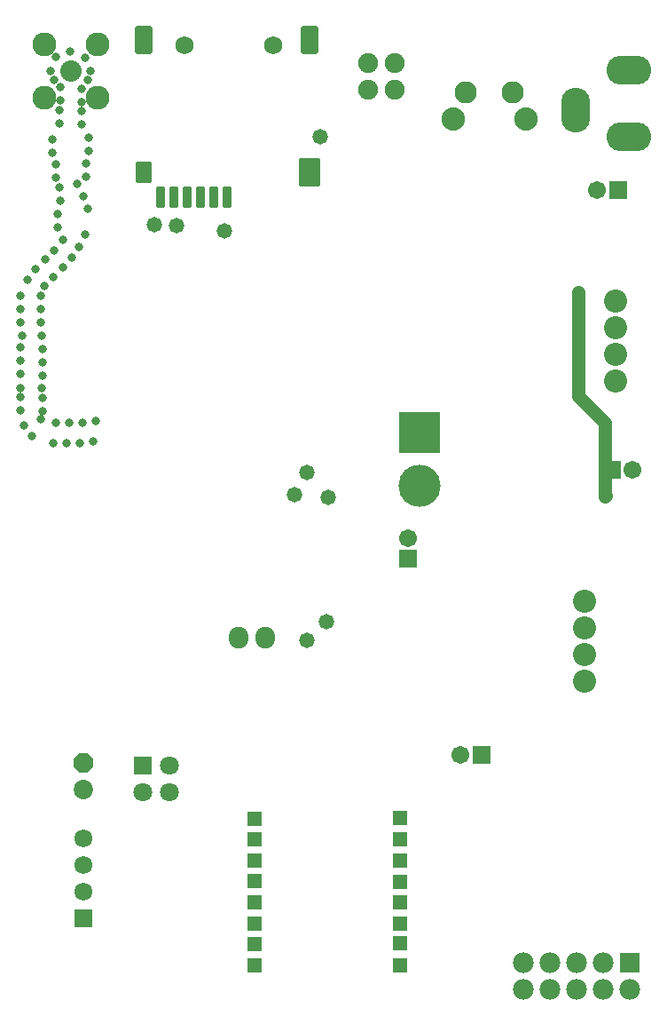
<source format=gbs>
G04*
G04 #@! TF.GenerationSoftware,Altium Limited,Altium Designer,20.1.12 (249)*
G04*
G04 Layer_Color=16711935*
%FSTAX24Y24*%
%MOIN*%
G70*
G04*
G04 #@! TF.SameCoordinates,89921D2C-3172-4036-8A71-56443DCFD009*
G04*
G04*
G04 #@! TF.FilePolarity,Negative*
G04*
G01*
G75*
%ADD47C,0.0500*%
G04:AMPARAMS|DCode=51|XSize=35.6mil|YSize=78.9mil|CornerRadius=5.4mil|HoleSize=0mil|Usage=FLASHONLY|Rotation=180.000|XOffset=0mil|YOffset=0mil|HoleType=Round|Shape=RoundedRectangle|*
%AMROUNDEDRECTD51*
21,1,0.0356,0.0681,0,0,180.0*
21,1,0.0248,0.0789,0,0,180.0*
1,1,0.0108,-0.0124,0.0341*
1,1,0.0108,0.0124,0.0341*
1,1,0.0108,0.0124,-0.0341*
1,1,0.0108,-0.0124,-0.0341*
%
%ADD51ROUNDEDRECTD51*%
%ADD74C,0.0680*%
%ADD75C,0.0867*%
%ADD76C,0.0900*%
%ADD77C,0.0800*%
%ADD78C,0.0749*%
%ADD79C,0.0730*%
%ADD80P,0.0790X8X292.5*%
%ADD81C,0.0671*%
%ADD82R,0.0671X0.0671*%
%ADD83R,0.0671X0.0671*%
%ADD84R,0.0678X0.0678*%
%ADD85C,0.0678*%
%ADD86C,0.0830*%
%ADD87C,0.0880*%
%ADD88O,0.0730X0.0830*%
%ADD89C,0.0780*%
%ADD90R,0.0780X0.0780*%
%ADD91R,0.1580X0.1580*%
%ADD92C,0.1580*%
%ADD93R,0.0580X0.0580*%
%ADD94C,0.0710*%
%ADD95R,0.0710X0.0710*%
%ADD96O,0.1080X0.1680*%
%ADD97O,0.1680X0.1080*%
%ADD98C,0.0580*%
%ADD99C,0.0330*%
G04:AMPARAMS|DCode=133|XSize=63.1mil|YSize=78.9mil|CornerRadius=6.8mil|HoleSize=0mil|Usage=FLASHONLY|Rotation=0.000|XOffset=0mil|YOffset=0mil|HoleType=Round|Shape=RoundedRectangle|*
%AMROUNDEDRECTD133*
21,1,0.0631,0.0654,0,0,0.0*
21,1,0.0496,0.0789,0,0,0.0*
1,1,0.0135,0.0248,-0.0327*
1,1,0.0135,-0.0248,-0.0327*
1,1,0.0135,-0.0248,0.0327*
1,1,0.0135,0.0248,0.0327*
%
%ADD133ROUNDEDRECTD133*%
G04:AMPARAMS|DCode=134|XSize=67.1mil|YSize=106.4mil|CornerRadius=7mil|HoleSize=0mil|Usage=FLASHONLY|Rotation=0.000|XOffset=0mil|YOffset=0mil|HoleType=Round|Shape=RoundedRectangle|*
%AMROUNDEDRECTD134*
21,1,0.0671,0.0925,0,0,0.0*
21,1,0.0531,0.1064,0,0,0.0*
1,1,0.0139,0.0266,-0.0463*
1,1,0.0139,-0.0266,-0.0463*
1,1,0.0139,-0.0266,0.0463*
1,1,0.0139,0.0266,0.0463*
%
%ADD134ROUNDEDRECTD134*%
G04:AMPARAMS|DCode=135|XSize=78.9mil|YSize=106.4mil|CornerRadius=7.5mil|HoleSize=0mil|Usage=FLASHONLY|Rotation=0.000|XOffset=0mil|YOffset=0mil|HoleType=Round|Shape=RoundedRectangle|*
%AMROUNDEDRECTD135*
21,1,0.0789,0.0913,0,0,0.0*
21,1,0.0638,0.1064,0,0,0.0*
1,1,0.0151,0.0319,-0.0457*
1,1,0.0151,-0.0319,-0.0457*
1,1,0.0151,-0.0319,0.0457*
1,1,0.0151,0.0319,0.0457*
%
%ADD135ROUNDEDRECTD135*%
D47*
X0323Y0291D02*
X032325Y029125D01*
X0323Y0291D02*
Y03185D01*
X0313Y03285D02*
X0323Y03185D01*
X0313Y03285D02*
Y03675D01*
D51*
X016094Y040313D02*
D03*
X017094Y040313D02*
D03*
X018094Y040313D02*
D03*
X015594Y040313D02*
D03*
X016594Y040313D02*
D03*
X017594D02*
D03*
D74*
X019841Y046021D02*
D03*
X016495D02*
D03*
D75*
X0327Y035433D02*
D03*
X0327Y033433D02*
D03*
Y036433D02*
D03*
Y034433D02*
D03*
X03155Y02415D02*
D03*
Y02215D02*
D03*
Y02515D02*
D03*
Y02315D02*
D03*
D76*
X01323Y044073D02*
D03*
X01123D02*
D03*
Y046073D02*
D03*
X01323D02*
D03*
D77*
X01223Y045073D02*
D03*
D78*
X0234Y044363D02*
D03*
X0244D02*
D03*
X0234Y04535D02*
D03*
X0244D02*
D03*
D79*
X0127Y0181D02*
D03*
D80*
Y0191D02*
D03*
D81*
X026866Y0194D02*
D03*
X032Y0406D02*
D03*
X0249Y027544D02*
D03*
X03335Y0301D02*
D03*
D82*
X027653Y0194D02*
D03*
X032787Y0406D02*
D03*
X032563Y0301D02*
D03*
D83*
X0249Y026756D02*
D03*
D84*
X0127Y01325D02*
D03*
D85*
Y01425D02*
D03*
Y01525D02*
D03*
Y01625D02*
D03*
D86*
X02885Y04425D02*
D03*
X027078D02*
D03*
D87*
X026586Y043266D02*
D03*
X029342D02*
D03*
D88*
X01955Y023778D02*
D03*
X01854D02*
D03*
D89*
X03025Y0106D02*
D03*
X03325Y0106D02*
D03*
X02925Y0116D02*
D03*
X02925Y0106D02*
D03*
X03025Y0116D02*
D03*
X03125Y0116D02*
D03*
X03225Y0116D02*
D03*
Y0106D02*
D03*
X03125Y0106D02*
D03*
D90*
X03325Y0116D02*
D03*
D91*
X02535Y0315D02*
D03*
D92*
Y0295D02*
D03*
D93*
X019138Y01465D02*
D03*
Y01701D02*
D03*
Y01622D02*
D03*
Y01544D02*
D03*
Y01386D02*
D03*
Y01307D02*
D03*
Y01229D02*
D03*
Y0115D02*
D03*
X0246D02*
D03*
Y01702D02*
D03*
Y01622D02*
D03*
X0246Y01544D02*
D03*
X0246Y01464D02*
D03*
Y01387D02*
D03*
X0246Y01307D02*
D03*
Y01232D02*
D03*
D94*
X01595Y018D02*
D03*
Y019D02*
D03*
X01495Y018D02*
D03*
D95*
Y019D02*
D03*
D96*
X0312Y0436D02*
D03*
D97*
X0332Y0451D02*
D03*
Y0426D02*
D03*
D98*
X021589Y042591D02*
D03*
X021822Y024378D02*
D03*
X016207Y039262D02*
D03*
X015368Y0393D02*
D03*
X018012Y039075D02*
D03*
X0219Y02905D02*
D03*
X0211Y03D02*
D03*
X02065Y02915D02*
D03*
X0211Y0237D02*
D03*
D99*
X011668Y041056D02*
D03*
Y041557D02*
D03*
X012807Y041108D02*
D03*
Y041608D02*
D03*
X012909Y042061D02*
D03*
Y042561D02*
D03*
X011545Y041982D02*
D03*
Y042481D02*
D03*
X012862Y044719D02*
D03*
X011601Y044725D02*
D03*
X01168Y045589D02*
D03*
X012759Y045569D02*
D03*
X012969Y045069D02*
D03*
X012206Y045801D02*
D03*
X011483Y045074D02*
D03*
X011823Y044446D02*
D03*
Y043946D02*
D03*
X012644Y044411D02*
D03*
Y043911D02*
D03*
X011815Y043594D02*
D03*
Y043094D02*
D03*
X012637Y043559D02*
D03*
Y043059D02*
D03*
X010329Y032824D02*
D03*
Y032324D02*
D03*
X011151Y032789D02*
D03*
Y032289D02*
D03*
X011143Y03315D02*
D03*
X010347D02*
D03*
X013069Y031152D02*
D03*
X012572Y031099D02*
D03*
X012072D02*
D03*
X011572D02*
D03*
X013153Y03193D02*
D03*
X012656Y031877D02*
D03*
X012156D02*
D03*
X011656D02*
D03*
X011169Y033643D02*
D03*
Y034143D02*
D03*
Y034643D02*
D03*
X011143Y035114D02*
D03*
X01109Y035612D02*
D03*
Y036112D02*
D03*
Y036612D02*
D03*
X010347Y033678D02*
D03*
Y034178D02*
D03*
Y034678D02*
D03*
X010401Y035114D02*
D03*
X010347Y035612D02*
D03*
Y036112D02*
D03*
Y036612D02*
D03*
X011804Y040681D02*
D03*
X011819Y040181D02*
D03*
X011733Y039689D02*
D03*
Y039189D02*
D03*
X011922Y038726D02*
D03*
X011605Y038339D02*
D03*
X011251Y037985D02*
D03*
X010898Y037632D02*
D03*
X010584Y037243D02*
D03*
X010476Y031774D02*
D03*
X010761Y031364D02*
D03*
X011116Y032004D02*
D03*
X011227Y036985D02*
D03*
X011577Y037343D02*
D03*
X01193Y037696D02*
D03*
X012282Y038051D02*
D03*
X01255Y038474D02*
D03*
X012763Y038926D02*
D03*
X012864Y03991D02*
D03*
X012685Y040376D02*
D03*
X012479Y040832D02*
D03*
D133*
X01498Y041258D02*
D03*
D134*
Y046219D02*
D03*
X0212D02*
D03*
D135*
Y041258D02*
D03*
M02*

</source>
